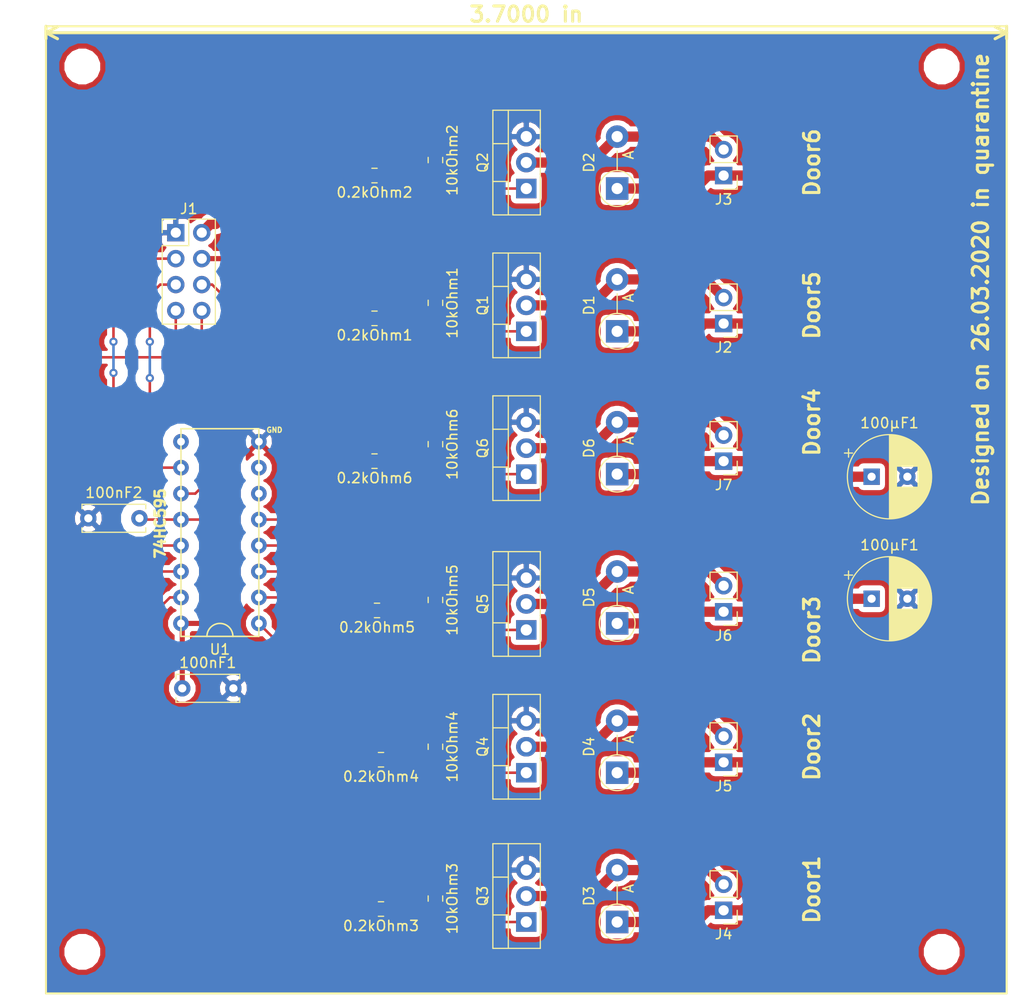
<source format=kicad_pcb>
(kicad_pcb (version 20171130) (host pcbnew "(5.0.2)-1")
  (layers (0 F.Cu signal) (31 B.Cu signal) (34 B.Paste user) (35 F.Paste user) (36 B.SilkS user) (37 F.SilkS user) (38 B.Mask user) (39 F.Mask user) (44 Edge.Cuts user))
  (net 0 "")
  (net 1 "Net-(0.2kOhm1-Pad1)")
  (net 2 "Net-(0.2kOhm1-Pad2)")
  (net 3 "Net-(0.2kOhm2-Pad1)")
  (net 4 "Net-(0.2kOhm2-Pad2)")
  (net 5 "Net-(0.2kOhm3-Pad1)")
  (net 6 "Net-(0.2kOhm3-Pad2)")
  (net 7 "Net-(0.2kOhm4-Pad2)")
  (net 8 "Net-(0.2kOhm4-Pad1)")
  (net 9 "Net-(0.2kOhm5-Pad1)")
  (net 10 "Net-(0.2kOhm5-Pad2)")
  (net 11 "Net-(0.2kOhm6-Pad1)")
  (net 12 "Net-(0.2kOhm6-Pad2)")
  (net 13 +5V)
  (net 14 GND)
  (net 15 +12V)
  (net 16 "Net-(D1-Pad2)")
  (net 17 "Net-(D2-Pad2)")
  (net 18 "Net-(D3-Pad2)")
  (net 19 "Net-(D4-Pad2)")
  (net 20 "Net-(D5-Pad2)")
  (net 21 "Net-(D6-Pad2)")
  (net 22 "Net-(U1-Pad6)")
  (net 23 "Net-(U1-Pad7)")
  (net 24 "Net-(U1-Pad9)")
  (net 25 /RCLK)
  (net 26 /OE)
  (net 27 /SRCLR)
  (net 28 /SRCLK)
  (net 29 /SER)
  (module Connector_PinHeader_2.54mm:PinHeader_2x04_P2.54mm_Vertical (layer F.Cu) (at 76.2 71.628)
    (fp_text reference J1 (at 1.27 -2.33) (layer F.SilkS))
    (fp_text value Conn_01x08_Female)
    (pad 8 thru_hole oval (at 2.54 7.62) (size 1.7 1.7) (drill 1) (layers *.Cu *.Mask) (net 28 /SRCLK))
    (pad 7 thru_hole oval (at 0 7.62) (size 1.7 1.7) (drill 1) (layers *.Cu *.Mask) (net 29 /SER))
    (pad 6 thru_hole oval (at 2.54 5.08) (size 1.7 1.7) (drill 1) (layers *.Cu *.Mask) (net 25 /RCLK))
    (pad 5 thru_hole oval (at 0 5.08) (size 1.7 1.7) (drill 1) (layers *.Cu *.Mask) (net 27 /SRCLR))
    (pad 4 thru_hole oval (at 2.54 2.54) (size 1.7 1.7) (drill 1) (layers *.Cu *.Mask) (net 13 +5V))
    (pad 3 thru_hole oval (at 0 2.54) (size 1.7 1.7) (drill 1) (layers *.Cu *.Mask) (net 26 /OE))
    (pad 2 thru_hole oval (at 2.54 0) (size 1.7 1.7) (drill 1) (layers *.Cu *.Mask) (net 15 +12V))
    (pad 1 thru_hole rect (at 0 0) (size 1.7 1.7) (drill 1) (layers *.Cu *.Mask) (net 14 GND))
  )
  (module Capacitor_THT:CP_Radial_D8.0mm_P3.50mm (layer F.Cu) (at 144.272 95.504)
    (fp_text reference 100µF1 (at 1.75 -5.25) (layer F.SilkS))
    (fp_text value C)
    (pad 2 thru_hole circle (at 3.5 0) (size 1.6 1.6) (drill 0.8) (layers *.Cu *.Mask) (net 14 GND))
    (pad 1 thru_hole rect (at 0 0) (size 1.6 1.6) (drill 0.8) (layers *.Cu *.Mask) (net 15 +12V))
  )
  (module MountingHole:MountingHole_2.5mm (layer F.Cu) (at 67.056 55.372)
    (fp_text reference "" (at 0 -3.5) (layer F.SilkS))
    (fp_text value MountingHole_2.5mm)
    (pad 1 np_thru_hole circle (at 0 0) (size 2.5 2.5) (drill 2.5) (layers *.Cu *.Mask))
  )
  (module MountingHole:MountingHole_2.5mm (layer F.Cu) (at 67.056 141.986)
    (fp_text reference "" (at 0 -3.5) (layer F.SilkS))
    (fp_text value MountingHole_2.5mm)
    (pad 1 np_thru_hole circle (at 0 0) (size 2.5 2.5) (drill 2.5) (layers *.Cu *.Mask))
  )
  (module MountingHole:MountingHole_2.5mm (layer F.Cu) (at 151.13 141.986)
    (fp_text reference "" (at 0 -3.5) (layer F.SilkS))
    (fp_text value MountingHole_2.5mm)
    (pad 1 np_thru_hole circle (at 0 0) (size 2.5 2.5) (drill 2.5) (layers *.Cu *.Mask))
  )
  (module Capacitor_THT:CP_Radial_D8.0mm_P3.50mm (layer F.Cu) (at 144.272 107.442)
    (fp_text reference 100µF1 (at 1.75 -5.25) (layer F.SilkS))
    (fp_text value C)
    (pad 1 thru_hole rect (at 0 0) (size 1.6 1.6) (drill 0.8) (layers *.Cu *.Mask) (net 15 +12V))
    (pad 2 thru_hole circle (at 3.5 0) (size 1.6 1.6) (drill 0.8) (layers *.Cu *.Mask) (net 14 GND))
  )
  (module Resistor_SMD:R_0805_2012Metric_Pad1.15x1.40mm_HandSolder (layer F.Cu) (at 95.64 80.01 180)
    (fp_text reference 0.2kOhm1 (at 0 -1.65 180) (layer F.SilkS))
    (fp_text value R)
    (pad 1 smd roundrect (at -1.025 0 180) (size 1.15 1.4) (layers F.Cu F.Paste F.Mask) (roundrect_rratio 0.217391) (net 1 "Net-(0.2kOhm1-Pad1)"))
    (pad 2 smd roundrect (at 1.025 0 180) (size 1.15 1.4) (layers F.Cu F.Paste F.Mask) (roundrect_rratio 0.217391) (net 2 "Net-(0.2kOhm1-Pad2)"))
  )
  (module Resistor_SMD:R_0805_2012Metric_Pad1.15x1.40mm_HandSolder (layer F.Cu) (at 95.64 66.04 180)
    (fp_text reference 0.2kOhm2 (at 0 -1.65 180) (layer F.SilkS))
    (fp_text value R)
    (pad 1 smd roundrect (at -1.025 0 180) (size 1.15 1.4) (layers F.Cu F.Paste F.Mask) (roundrect_rratio 0.217391) (net 3 "Net-(0.2kOhm2-Pad1)"))
    (pad 2 smd roundrect (at 1.025 0 180) (size 1.15 1.4) (layers F.Cu F.Paste F.Mask) (roundrect_rratio 0.217391) (net 4 "Net-(0.2kOhm2-Pad2)"))
  )
  (module Resistor_SMD:R_0805_2012Metric_Pad1.15x1.40mm_HandSolder (layer F.Cu) (at 96.275 137.795 180)
    (fp_text reference 0.2kOhm3 (at 0 -1.65 180) (layer F.SilkS))
    (fp_text value R)
    (pad 1 smd roundrect (at -1.025 0 180) (size 1.15 1.4) (layers F.Cu F.Paste F.Mask) (roundrect_rratio 0.217391) (net 5 "Net-(0.2kOhm3-Pad1)"))
    (pad 2 smd roundrect (at 1.025 0 180) (size 1.15 1.4) (layers F.Cu F.Paste F.Mask) (roundrect_rratio 0.217391) (net 6 "Net-(0.2kOhm3-Pad2)"))
  )
  (module Resistor_SMD:R_0805_2012Metric_Pad1.15x1.40mm_HandSolder (layer F.Cu) (at 96.275 123.19 180)
    (fp_text reference 0.2kOhm4 (at 0 -1.65 180) (layer F.SilkS))
    (fp_text value R)
    (pad 2 smd roundrect (at 1.025 0 180) (size 1.15 1.4) (layers F.Cu F.Paste F.Mask) (roundrect_rratio 0.217391) (net 7 "Net-(0.2kOhm4-Pad2)"))
    (pad 1 smd roundrect (at -1.025 0 180) (size 1.15 1.4) (layers F.Cu F.Paste F.Mask) (roundrect_rratio 0.217391) (net 8 "Net-(0.2kOhm4-Pad1)"))
  )
  (module Resistor_SMD:R_0805_2012Metric_Pad1.15x1.40mm_HandSolder (layer F.Cu) (at 95.885 108.585 180)
    (fp_text reference 0.2kOhm5 (at 0 -1.65 180) (layer F.SilkS))
    (fp_text value R)
    (pad 1 smd roundrect (at -1.025 0 180) (size 1.15 1.4) (layers F.Cu F.Paste F.Mask) (roundrect_rratio 0.217391) (net 9 "Net-(0.2kOhm5-Pad1)"))
    (pad 2 smd roundrect (at 1.025 0 180) (size 1.15 1.4) (layers F.Cu F.Paste F.Mask) (roundrect_rratio 0.217391) (net 10 "Net-(0.2kOhm5-Pad2)"))
  )
  (module Resistor_SMD:R_0805_2012Metric_Pad1.15x1.40mm_HandSolder (layer F.Cu) (at 95.64 93.98 180)
    (fp_text reference 0.2kOhm6 (at 0 -1.65 180) (layer F.SilkS))
    (fp_text value R)
    (pad 1 smd roundrect (at -1.025 0 180) (size 1.15 1.4) (layers F.Cu F.Paste F.Mask) (roundrect_rratio 0.217391) (net 11 "Net-(0.2kOhm6-Pad1)"))
    (pad 2 smd roundrect (at 1.025 0 180) (size 1.15 1.4) (layers F.Cu F.Paste F.Mask) (roundrect_rratio 0.217391) (net 12 "Net-(0.2kOhm6-Pad2)"))
  )
  (module Capacitor_THT:C_Disc_D6.0mm_W2.5mm_P5.00mm (layer F.Cu) (at 76.835 116.205)
    (fp_text reference 100nF1 (at 2.5 -2.5) (layer F.SilkS))
    (fp_text value C)
    (pad 1 thru_hole circle (at 0 0) (size 1.6 1.6) (drill 0.8) (layers *.Cu *.Mask) (net 13 +5V))
    (pad 2 thru_hole circle (at 5 0) (size 1.6 1.6) (drill 0.8) (layers *.Cu *.Mask) (net 14 GND))
  )
  (module Resistor_SMD:R_0805_2012Metric_Pad1.15x1.40mm_HandSolder (layer F.Cu) (at 101.6 78.495 270)
    (fp_text reference 10kOhm1 (at 0 -1.65 270) (layer F.SilkS))
    (fp_text value R)
    (pad 2 smd roundrect (at 1.025 0 270) (size 1.15 1.4) (layers F.Cu F.Paste F.Mask) (roundrect_rratio 0.217391) (net 1 "Net-(0.2kOhm1-Pad1)"))
    (pad 1 smd roundrect (at -1.025 0 270) (size 1.15 1.4) (layers F.Cu F.Paste F.Mask) (roundrect_rratio 0.217391) (net 14 GND))
  )
  (module Resistor_SMD:R_0805_2012Metric_Pad1.15x1.40mm_HandSolder (layer F.Cu) (at 101.6 64.525 270)
    (fp_text reference 10kOhm2 (at 0 -1.65 270) (layer F.SilkS))
    (fp_text value R)
    (pad 2 smd roundrect (at 1.025 0 270) (size 1.15 1.4) (layers F.Cu F.Paste F.Mask) (roundrect_rratio 0.217391) (net 3 "Net-(0.2kOhm2-Pad1)"))
    (pad 1 smd roundrect (at -1.025 0 270) (size 1.15 1.4) (layers F.Cu F.Paste F.Mask) (roundrect_rratio 0.217391) (net 14 GND))
  )
  (module Resistor_SMD:R_0805_2012Metric_Pad1.15x1.40mm_HandSolder (layer F.Cu) (at 101.6 136.77 270)
    (fp_text reference 10kOhm3 (at 0 -1.65 270) (layer F.SilkS))
    (fp_text value R)
    (pad 1 smd roundrect (at -1.025 0 270) (size 1.15 1.4) (layers F.Cu F.Paste F.Mask) (roundrect_rratio 0.217391) (net 14 GND))
    (pad 2 smd roundrect (at 1.025 0 270) (size 1.15 1.4) (layers F.Cu F.Paste F.Mask) (roundrect_rratio 0.217391) (net 5 "Net-(0.2kOhm3-Pad1)"))
  )
  (module Resistor_SMD:R_0805_2012Metric_Pad1.15x1.40mm_HandSolder (layer F.Cu) (at 101.6 121.92 270)
    (fp_text reference 10kOhm4 (at 0 -1.65 270) (layer F.SilkS))
    (fp_text value R)
    (pad 2 smd roundrect (at 1.025 0 270) (size 1.15 1.4) (layers F.Cu F.Paste F.Mask) (roundrect_rratio 0.217391) (net 8 "Net-(0.2kOhm4-Pad1)"))
    (pad 1 smd roundrect (at -1.025 0 270) (size 1.15 1.4) (layers F.Cu F.Paste F.Mask) (roundrect_rratio 0.217391) (net 14 GND))
  )
  (module Resistor_SMD:R_0805_2012Metric_Pad1.15x1.40mm_HandSolder (layer F.Cu) (at 101.6 107.56 270)
    (fp_text reference 10kOhm5 (at 0 -1.65 270) (layer F.SilkS))
    (fp_text value R)
    (pad 2 smd roundrect (at 1.025 0 270) (size 1.15 1.4) (layers F.Cu F.Paste F.Mask) (roundrect_rratio 0.217391) (net 9 "Net-(0.2kOhm5-Pad1)"))
    (pad 1 smd roundrect (at -1.025 0 270) (size 1.15 1.4) (layers F.Cu F.Paste F.Mask) (roundrect_rratio 0.217391) (net 14 GND))
  )
  (module Resistor_SMD:R_0805_2012Metric_Pad1.15x1.40mm_HandSolder (layer F.Cu) (at 101.6 92.32 270)
    (fp_text reference 10kOhm6 (at 0 -1.65 270) (layer F.SilkS))
    (fp_text value R)
    (pad 2 smd roundrect (at 1.025 0 270) (size 1.15 1.4) (layers F.Cu F.Paste F.Mask) (roundrect_rratio 0.217391) (net 11 "Net-(0.2kOhm6-Pad1)"))
    (pad 1 smd roundrect (at -1.025 0 270) (size 1.15 1.4) (layers F.Cu F.Paste F.Mask) (roundrect_rratio 0.217391) (net 14 GND))
  )
  (module Diode_THT:D_DO-41_SOD81_P5.08mm_Vertical_AnodeUp (layer F.Cu) (at 119.38 81.28 90)
    (fp_text reference D1 (at 2.54 -2.750635 90) (layer F.SilkS))
    (fp_text value D)
    (fp_text user A (at 3.28 1.1 90) (layer F.SilkS))
    (pad 1 thru_hole rect (at 0 0 90) (size 2.2 2.2) (drill 1.1) (layers *.Cu *.Mask) (net 15 +12V))
    (pad 2 thru_hole oval (at 5.08 0 90) (size 2.2 2.2) (drill 1.1) (layers *.Cu *.Mask) (net 16 "Net-(D1-Pad2)"))
  )
  (module Diode_THT:D_DO-41_SOD81_P5.08mm_Vertical_AnodeUp (layer F.Cu) (at 119.38 67.31 90)
    (fp_text reference D2 (at 2.54 -2.750635 90) (layer F.SilkS))
    (fp_text value D)
    (fp_text user A (at 3.28 1.1 90) (layer F.SilkS))
    (pad 2 thru_hole oval (at 5.08 0 90) (size 2.2 2.2) (drill 1.1) (layers *.Cu *.Mask) (net 17 "Net-(D2-Pad2)"))
    (pad 1 thru_hole rect (at 0 0 90) (size 2.2 2.2) (drill 1.1) (layers *.Cu *.Mask) (net 15 +12V))
  )
  (module Diode_THT:D_DO-41_SOD81_P5.08mm_Vertical_AnodeUp (layer F.Cu) (at 119.38 139.065 90)
    (fp_text reference D3 (at 2.54 -2.750635 90) (layer F.SilkS))
    (fp_text value D)
    (fp_text user A (at 3.28 1.1 90) (layer F.SilkS))
    (pad 1 thru_hole rect (at 0 0 90) (size 2.2 2.2) (drill 1.1) (layers *.Cu *.Mask) (net 15 +12V))
    (pad 2 thru_hole oval (at 5.08 0 90) (size 2.2 2.2) (drill 1.1) (layers *.Cu *.Mask) (net 18 "Net-(D3-Pad2)"))
  )
  (module Diode_THT:D_DO-41_SOD81_P5.08mm_Vertical_AnodeUp (layer F.Cu) (at 119.38 124.46 90)
    (fp_text reference D4 (at 2.54 -2.750635 90) (layer F.SilkS))
    (fp_text value D)
    (fp_text user A (at 3.28 1.1 90) (layer F.SilkS))
    (pad 2 thru_hole oval (at 5.08 0 90) (size 2.2 2.2) (drill 1.1) (layers *.Cu *.Mask) (net 19 "Net-(D4-Pad2)"))
    (pad 1 thru_hole rect (at 0 0 90) (size 2.2 2.2) (drill 1.1) (layers *.Cu *.Mask) (net 15 +12V))
  )
  (module Diode_THT:D_DO-41_SOD81_P5.08mm_Vertical_AnodeUp (layer F.Cu) (at 119.38 109.855 90)
    (fp_text reference D5 (at 2.54 -2.750635 90) (layer F.SilkS))
    (fp_text value D)
    (fp_text user A (at 3.28 1.1 90) (layer F.SilkS))
    (pad 2 thru_hole oval (at 5.08 0 90) (size 2.2 2.2) (drill 1.1) (layers *.Cu *.Mask) (net 20 "Net-(D5-Pad2)"))
    (pad 1 thru_hole rect (at 0 0 90) (size 2.2 2.2) (drill 1.1) (layers *.Cu *.Mask) (net 15 +12V))
  )
  (module Diode_THT:D_DO-41_SOD81_P5.08mm_Vertical_AnodeUp (layer F.Cu) (at 119.38 95.25 90)
    (fp_text reference D6 (at 2.54 -2.750635 90) (layer F.SilkS))
    (fp_text value D)
    (fp_text user A (at 3.28 1.1 90) (layer F.SilkS))
    (pad 1 thru_hole rect (at 0 0 90) (size 2.2 2.2) (drill 1.1) (layers *.Cu *.Mask) (net 15 +12V))
    (pad 2 thru_hole oval (at 5.08 0 90) (size 2.2 2.2) (drill 1.1) (layers *.Cu *.Mask) (net 21 "Net-(D6-Pad2)"))
  )
  (module Package_TO_SOT_THT:TO-220-3_Vertical (layer F.Cu) (at 110.49 81.28 90)
    (fp_text reference Q1 (at 2.54 -4.27 90) (layer F.SilkS))
    (fp_text value IRLZ34N)
    (pad 1 thru_hole rect (at 0 0 90) (size 1.905 2) (drill 1.1) (layers *.Cu *.Mask) (net 1 "Net-(0.2kOhm1-Pad1)"))
    (pad 2 thru_hole oval (at 2.54 0 90) (size 1.905 2) (drill 1.1) (layers *.Cu *.Mask) (net 16 "Net-(D1-Pad2)"))
    (pad 3 thru_hole oval (at 5.08 0 90) (size 1.905 2) (drill 1.1) (layers *.Cu *.Mask) (net 14 GND))
  )
  (module Package_TO_SOT_THT:TO-220-3_Vertical (layer F.Cu) (at 110.49 67.31 90)
    (fp_text reference Q2 (at 2.54 -4.27 90) (layer F.SilkS))
    (fp_text value IRLZ34N)
    (pad 3 thru_hole oval (at 5.08 0 90) (size 1.905 2) (drill 1.1) (layers *.Cu *.Mask) (net 14 GND))
    (pad 2 thru_hole oval (at 2.54 0 90) (size 1.905 2) (drill 1.1) (layers *.Cu *.Mask) (net 17 "Net-(D2-Pad2)"))
    (pad 1 thru_hole rect (at 0 0 90) (size 1.905 2) (drill 1.1) (layers *.Cu *.Mask) (net 3 "Net-(0.2kOhm2-Pad1)"))
  )
  (module Package_TO_SOT_THT:TO-220-3_Vertical (layer F.Cu) (at 110.49 139.065 90)
    (fp_text reference Q3 (at 2.54 -4.27 90) (layer F.SilkS))
    (fp_text value IRLZ34N)
    (pad 3 thru_hole oval (at 5.08 0 90) (size 1.905 2) (drill 1.1) (layers *.Cu *.Mask) (net 14 GND))
    (pad 2 thru_hole oval (at 2.54 0 90) (size 1.905 2) (drill 1.1) (layers *.Cu *.Mask) (net 18 "Net-(D3-Pad2)"))
    (pad 1 thru_hole rect (at 0 0 90) (size 1.905 2) (drill 1.1) (layers *.Cu *.Mask) (net 5 "Net-(0.2kOhm3-Pad1)"))
  )
  (module Package_TO_SOT_THT:TO-220-3_Vertical (layer F.Cu) (at 110.49 124.46 90)
    (fp_text reference Q4 (at 2.54 -4.27 90) (layer F.SilkS))
    (fp_text value IRLZ34N)
    (pad 1 thru_hole rect (at 0 0 90) (size 1.905 2) (drill 1.1) (layers *.Cu *.Mask) (net 8 "Net-(0.2kOhm4-Pad1)"))
    (pad 2 thru_hole oval (at 2.54 0 90) (size 1.905 2) (drill 1.1) (layers *.Cu *.Mask) (net 19 "Net-(D4-Pad2)"))
    (pad 3 thru_hole oval (at 5.08 0 90) (size 1.905 2) (drill 1.1) (layers *.Cu *.Mask) (net 14 GND))
  )
  (module Package_TO_SOT_THT:TO-220-3_Vertical (layer F.Cu) (at 110.49 110.49 90)
    (fp_text reference Q5 (at 2.54 -4.27 90) (layer F.SilkS))
    (fp_text value IRLZ34N)
    (pad 1 thru_hole rect (at 0 0 90) (size 1.905 2) (drill 1.1) (layers *.Cu *.Mask) (net 9 "Net-(0.2kOhm5-Pad1)"))
    (pad 2 thru_hole oval (at 2.54 0 90) (size 1.905 2) (drill 1.1) (layers *.Cu *.Mask) (net 20 "Net-(D5-Pad2)"))
    (pad 3 thru_hole oval (at 5.08 0 90) (size 1.905 2) (drill 1.1) (layers *.Cu *.Mask) (net 14 GND))
  )
  (module Package_TO_SOT_THT:TO-220-3_Vertical (layer F.Cu) (at 110.49 95.25 90)
    (fp_text reference Q6 (at 2.54 -4.27 90) (layer F.SilkS))
    (fp_text value IRLZ34N)
    (pad 3 thru_hole oval (at 5.08 0 90) (size 1.905 2) (drill 1.1) (layers *.Cu *.Mask) (net 14 GND))
    (pad 2 thru_hole oval (at 2.54 0 90) (size 1.905 2) (drill 1.1) (layers *.Cu *.Mask) (net 21 "Net-(D6-Pad2)"))
    (pad 1 thru_hole rect (at 0 0 90) (size 1.905 2) (drill 1.1) (layers *.Cu *.Mask) (net 11 "Net-(0.2kOhm6-Pad1)"))
  )
  (module MountingHole:MountingHole_2.5mm (layer F.Cu) (at 151.13 55.372)
    (fp_text reference "" (at 0 -3.5) (layer F.SilkS))
    (fp_text value MountingHole_2.5mm)
    (pad 1 np_thru_hole circle (at 0 0) (size 2.5 2.5) (drill 2.5) (layers *.Cu *.Mask))
  )
  (module Connector_PinHeader_2.54mm:PinHeader_1x02_P2.54mm_Vertical (layer F.Cu) (at 129.794 66.04 180)
    (fp_text reference J3 (at 0 -2.33 180) (layer F.SilkS))
    (fp_text value Door6)
    (pad 1 thru_hole rect (at 0 0 180) (size 1.7 1.7) (drill 1) (layers *.Cu *.Mask) (net 15 +12V))
    (pad 2 thru_hole oval (at 0 2.54 180) (size 1.7 1.7) (drill 1) (layers *.Cu *.Mask) (net 17 "Net-(D2-Pad2)"))
  )
  (module Connector_PinHeader_2.54mm:PinHeader_1x02_P2.54mm_Vertical (layer F.Cu) (at 129.794 80.518 180)
    (fp_text reference J2 (at 0 -2.33 180) (layer F.SilkS))
    (fp_text value Door5)
    (pad 2 thru_hole oval (at 0 2.54 180) (size 1.7 1.7) (drill 1) (layers *.Cu *.Mask) (net 16 "Net-(D1-Pad2)"))
    (pad 1 thru_hole rect (at 0 0 180) (size 1.7 1.7) (drill 1) (layers *.Cu *.Mask) (net 15 +12V))
  )
  (module Connector_PinHeader_2.54mm:PinHeader_1x02_P2.54mm_Vertical (layer F.Cu) (at 129.794 137.922 180)
    (fp_text reference J4 (at 0 -2.33 180) (layer F.SilkS))
    (fp_text value Door1)
    (pad 1 thru_hole rect (at 0 0 180) (size 1.7 1.7) (drill 1) (layers *.Cu *.Mask) (net 15 +12V))
    (pad 2 thru_hole oval (at 0 2.54 180) (size 1.7 1.7) (drill 1) (layers *.Cu *.Mask) (net 18 "Net-(D3-Pad2)"))
  )
  (module Connector_PinHeader_2.54mm:PinHeader_1x02_P2.54mm_Vertical (layer F.Cu) (at 129.794 123.444 180)
    (fp_text reference J5 (at 0 -2.33 180) (layer F.SilkS))
    (fp_text value Door2)
    (pad 1 thru_hole rect (at 0 0 180) (size 1.7 1.7) (drill 1) (layers *.Cu *.Mask) (net 15 +12V))
    (pad 2 thru_hole oval (at 0 2.54 180) (size 1.7 1.7) (drill 1) (layers *.Cu *.Mask) (net 19 "Net-(D4-Pad2)"))
  )
  (module Connector_PinHeader_2.54mm:PinHeader_1x02_P2.54mm_Vertical (layer F.Cu) (at 129.794 108.712 180)
    (fp_text reference J6 (at 0 -2.33 180) (layer F.SilkS))
    (fp_text value Door3)
    (pad 2 thru_hole oval (at 0 2.54 180) (size 1.7 1.7) (drill 1) (layers *.Cu *.Mask) (net 20 "Net-(D5-Pad2)"))
    (pad 1 thru_hole rect (at 0 0 180) (size 1.7 1.7) (drill 1) (layers *.Cu *.Mask) (net 15 +12V))
  )
  (module Connector_PinHeader_2.54mm:PinHeader_1x02_P2.54mm_Vertical (layer F.Cu) (at 129.794 93.98 180)
    (fp_text reference J7 (at 0 -2.33 180) (layer F.SilkS))
    (fp_text value Door4)
    (pad 1 thru_hole rect (at 0 0 180) (size 1.7 1.7) (drill 1) (layers *.Cu *.Mask) (net 15 +12V))
    (pad 2 thru_hole oval (at 0 2.54 180) (size 1.7 1.7) (drill 1) (layers *.Cu *.Mask) (net 21 "Net-(D6-Pad2)"))
  )
  (module Customs:74HC595 (layer F.Cu) (at 80.518 99.695 180)
    (fp_text reference U1 (at 0 -12.7 180) (layer F.SilkS))
    (fp_text value 74HC595)
    (pad 16 thru_hole circle (at 3.81 -10.16 180) (size 1.524 1.524) (drill 0.762) (layers *.Cu *.Mask) (net 13 +5V))
    (pad 15 thru_hole circle (at 3.81 -7.62 180) (size 1.524 1.524) (drill 0.762) (layers *.Cu *.Mask) (net 6 "Net-(0.2kOhm3-Pad2)"))
    (pad 14 thru_hole circle (at 3.81 -5.08 180) (size 1.524 1.524) (drill 0.762) (layers *.Cu *.Mask) (net 29 /SER))
    (pad 13 thru_hole circle (at 3.81 -2.54 180) (size 1.524 1.524) (drill 0.762) (layers *.Cu *.Mask) (net 26 /OE))
    (pad 12 thru_hole circle (at 3.81 0 180) (size 1.524 1.524) (drill 0.762) (layers *.Cu *.Mask) (net 25 /RCLK))
    (pad 11 thru_hole circle (at 3.81 2.54 180) (size 1.524 1.524) (drill 0.762) (layers *.Cu *.Mask) (net 28 /SRCLK))
    (pad 10 thru_hole circle (at 3.81 5.08 180) (size 1.524 1.524) (drill 0.762) (layers *.Cu *.Mask) (net 27 /SRCLR))
    (pad 9 thru_hole circle (at 3.81 7.62 180) (size 1.524 1.524) (drill 0.762) (layers *.Cu *.Mask) (net 24 "Net-(U1-Pad9)"))
    (pad 1 thru_hole circle (at -3.81 -10.16 180) (size 1.524 1.524) (drill 0.762) (layers *.Cu *.Mask) (net 7 "Net-(0.2kOhm4-Pad2)"))
    (pad 2 thru_hole circle (at -3.81 -7.62 180) (size 1.524 1.524) (drill 0.762) (layers *.Cu *.Mask) (net 10 "Net-(0.2kOhm5-Pad2)"))
    (pad 4 thru_hole circle (at -3.81 -2.54 180) (size 1.524 1.524) (drill 0.762) (layers *.Cu *.Mask) (net 2 "Net-(0.2kOhm1-Pad2)"))
    (pad 3 thru_hole circle (at -3.81 -5.08 180) (size 1.524 1.524) (drill 0.762) (layers *.Cu *.Mask) (net 12 "Net-(0.2kOhm6-Pad2)"))
    (pad 5 thru_hole circle (at -3.81 0 180) (size 1.524 1.524) (drill 0.762) (layers *.Cu *.Mask) (net 4 "Net-(0.2kOhm2-Pad2)"))
    (pad 6 thru_hole circle (at -3.81 2.54 180) (size 1.524 1.524) (drill 0.762) (layers *.Cu *.Mask) (net 22 "Net-(U1-Pad6)"))
    (pad 7 thru_hole circle (at -3.81 5.08 180) (size 1.524 1.524) (drill 0.762) (layers *.Cu *.Mask) (net 23 "Net-(U1-Pad7)"))
    (pad 8 thru_hole circle (at -3.81 7.62 180) (size 1.524 1.524) (drill 0.762) (layers *.Cu *.Mask) (net 14 GND))
  )
  (module Capacitor_THT:C_Disc_D6.0mm_W2.5mm_P5.00mm (layer F.Cu) (at 67.644 99.568)
    (fp_text reference 100nF2 (at 2.5 -2.5) (layer F.SilkS))
    (fp_text value AntiFlicker)
    (pad 1 thru_hole circle (at 0 0) (size 1.6 1.6) (drill 0.8) (layers *.Cu *.Mask) (net 14 GND))
    (pad 2 thru_hole circle (at 5 0) (size 1.6 1.6) (drill 0.8) (layers *.Cu *.Mask) (net 25 /RCLK))
  )
  (gr_text GND (at 85.852 90.932) (layer F.SilkS) (effects (font (size 0.5 0.5) (thickness 0.125))))
  (gr_text "Designed on 26.03.2020 in quarantine" (at 154.94 76.2 90) (layer F.SilkS) (effects (font (size 1.5 1.5) (thickness 0.3))))
  (gr_text 74HC595 (at 74.676 100.076 90) (layer F.SilkS) (effects (font (size 1 1) (thickness 0.25))))
  (gr_text Door6 (at 138.43 64.77 90) (layer F.SilkS) (effects (font (size 1.5 1.5) (thickness 0.3))))
  (gr_text Door5 (at 138.43 78.74 90) (layer F.SilkS) (effects (font (size 1.5 1.5) (thickness 0.3))))
  (gr_text Door4 (at 138.43 90.17 90) (layer F.SilkS) (effects (font (size 1.5 1.5) (thickness 0.3))))
  (gr_text Door3 (at 138.43 110.49 90) (layer F.SilkS) (effects (font (size 1.5 1.5) (thickness 0.3))))
  (gr_text Door2 (at 138.43 121.92 90) (layer F.SilkS) (effects (font (size 1.5 1.5) (thickness 0.3))))
  (gr_text Door1 (at 138.43 135.89 90) (layer F.SilkS) (effects (font (size 1.5 1.5) (thickness 0.3))))
  (dimension 93.98 (width 0.3) (layer F.SilkS) (gr_text "93,980 mm" (at 110.49 54.17) (layer F.SilkS) (effects (font (size 1.5 1.5) (thickness 0.3)))) (feature1 (pts (xy 157.48 51.435) (xy 157.48 52.656421))) (feature2 (pts (xy 63.5 51.435) (xy 63.5 52.656421))) (crossbar (pts (xy 63.5 52.07) (xy 157.48 52.07))) (arrow1a (pts (xy 157.48 52.07) (xy 156.353496 52.656421))) (arrow1b (pts (xy 157.48 52.07) (xy 156.353496 51.483579))) (arrow2a (pts (xy 63.5 52.07) (xy 64.626504 52.656421))) (arrow2b (pts (xy 63.5 52.07) (xy 64.626504 51.483579))))
  (gr_line (start 63.5 51.435) (end 63.5 52.07) (layer F.SilkS) (width 0.2))
  (gr_line (start 157.48 51.435) (end 63.5 51.435) (layer F.SilkS) (width 0.2))
  (gr_line (start 157.48 146.05) (end 157.48 51.435) (layer F.SilkS) (width 0.2))
  (gr_line (start 63.5 146.05) (end 157.48 146.05) (layer F.SilkS) (width 0.2))
  (gr_line (start 63.5 52.07) (end 63.5 146.05) (layer F.SilkS) (width 0.2))
  (segment (start 103.36 81.28) (end 101.6 79.52) (width 0.25) (layer F.Cu) (net 1))
  (segment (start 110.49 81.28) (end 103.36 81.28) (width 0.25) (layer F.Cu) (net 1))
  (segment (start 101.11 80.01) (end 101.6 79.52) (width 0.25) (layer F.Cu) (net 1))
  (segment (start 96.665 80.01) (end 101.11 80.01) (width 0.25) (layer F.Cu) (net 1))
  (segment (start 86.741 102.235) (end 84.328 102.235) (width 0.25) (layer F.Cu) (net 2))
  (segment (start 94.615 82.55) (end 90.805 86.36) (width 0.25) (layer F.Cu) (net 2))
  (segment (start 94.615 80.01) (end 94.615 82.55) (width 0.25) (layer F.Cu) (net 2))
  (segment (start 90.805 100.33) (end 89.661999 101.473001) (width 0.25) (layer F.Cu) (net 2))
  (segment (start 89.661999 101.473001) (end 87.502999 101.473001) (width 0.25) (layer F.Cu) (net 2))
  (segment (start 90.805 86.36) (end 90.805 100.33) (width 0.25) (layer F.Cu) (net 2))
  (segment (start 87.502999 101.473001) (end 86.741 102.235) (width 0.25) (layer F.Cu) (net 2))
  (segment (start 103.36 67.31) (end 101.6 65.55) (width 0.25) (layer F.Cu) (net 3))
  (segment (start 110.49 67.31) (end 103.36 67.31) (width 0.25) (layer F.Cu) (net 3))
  (segment (start 101.11 66.04) (end 101.6 65.55) (width 0.25) (layer F.Cu) (net 3))
  (segment (start 96.665 66.04) (end 101.11 66.04) (width 0.25) (layer F.Cu) (net 3))
  (segment (start 94.615 74.295) (end 94.615 66.04) (width 0.25) (layer F.Cu) (net 4))
  (segment (start 88.9 80.01) (end 94.615 74.295) (width 0.25) (layer F.Cu) (net 4))
  (segment (start 88.9 94.996) (end 88.9 80.01) (width 0.25) (layer F.Cu) (net 4))
  (segment (start 88.9 95.25) (end 88.9 94.996) (width 0.25) (layer F.Cu) (net 4))
  (segment (start 86.741 99.695) (end 84.328 99.695) (width 0.25) (layer F.Cu) (net 4))
  (segment (start 88.9 94.996) (end 88.9 97.536) (width 0.25) (layer F.Cu) (net 4))
  (segment (start 88.9 97.536) (end 86.741 99.695) (width 0.25) (layer F.Cu) (net 4))
  (segment (start 102.223372 138.418372) (end 101.6 137.795) (width 0.25) (layer F.Cu) (net 5))
  (segment (start 102.87 139.065) (end 102.223372 138.418372) (width 0.25) (layer F.Cu) (net 5))
  (segment (start 110.49 139.065) (end 102.87 139.065) (width 0.25) (layer F.Cu) (net 5))
  (segment (start 97.3 137.795) (end 101.6 137.795) (width 0.25) (layer F.Cu) (net 5))
  (segment (start 95.25 137.795) (end 93.345 137.795) (width 0.25) (layer F.Cu) (net 6))
  (segment (start 75.63037 107.315) (end 73.533 109.41237) (width 0.25) (layer F.Cu) (net 6))
  (segment (start 76.708 107.315) (end 75.63037 107.315) (width 0.25) (layer F.Cu) (net 6))
  (segment (start 73.533 117.983) (end 93.345 137.795) (width 0.25) (layer F.Cu) (net 6))
  (segment (start 73.533 109.41237) (end 73.533 117.983) (width 0.25) (layer F.Cu) (net 6))
  (segment (start 84.328 109.855) (end 95.123 120.65) (width 0.25) (layer F.Cu) (net 7))
  (segment (start 95.25 120.777) (end 95.123 120.65) (width 0.25) (layer F.Cu) (net 7))
  (segment (start 95.25 123.19) (end 95.25 120.777) (width 0.25) (layer F.Cu) (net 7))
  (segment (start 103.115 124.46) (end 101.6 122.945) (width 0.25) (layer F.Cu) (net 8))
  (segment (start 110.49 124.46) (end 103.115 124.46) (width 0.25) (layer F.Cu) (net 8))
  (segment (start 101.355 123.19) (end 101.6 122.945) (width 0.25) (layer F.Cu) (net 8))
  (segment (start 97.3 123.19) (end 101.355 123.19) (width 0.25) (layer F.Cu) (net 8))
  (segment (start 103.505 110.49) (end 101.6 108.585) (width 0.25) (layer F.Cu) (net 9))
  (segment (start 110.49 110.49) (end 103.505 110.49) (width 0.25) (layer F.Cu) (net 9))
  (segment (start 96.91 108.585) (end 101.6 108.585) (width 0.25) (layer F.Cu) (net 9))
  (segment (start 94.86 108.585) (end 93.98 108.585) (width 0.25) (layer F.Cu) (net 10))
  (segment (start 94.86 108.585) (end 93.345 108.585) (width 0.25) (layer F.Cu) (net 10))
  (segment (start 93.345 108.585) (end 92.075 107.315) (width 0.25) (layer F.Cu) (net 10))
  (segment (start 92.075 107.315) (end 84.328 107.315) (width 0.25) (layer F.Cu) (net 10))
  (segment (start 103.505 95.25) (end 101.6 93.345) (width 0.25) (layer F.Cu) (net 11))
  (segment (start 110.49 95.25) (end 103.505 95.25) (width 0.25) (layer F.Cu) (net 11))
  (segment (start 100.965 93.98) (end 101.6 93.345) (width 0.25) (layer F.Cu) (net 11))
  (segment (start 96.665 93.98) (end 100.965 93.98) (width 0.25) (layer F.Cu) (net 11))
  (segment (start 94.615 93.98) (end 94.615 99.06) (width 0.25) (layer F.Cu) (net 12))
  (segment (start 94.615 99.06) (end 88.9 104.775) (width 0.25) (layer F.Cu) (net 12))
  (segment (start 88.9 104.775) (end 84.328 104.775) (width 0.25) (layer F.Cu) (net 12))
  (segment (start 76.581 109.982) (end 76.708 109.855) (width 0.25) (layer B.Cu) (net 13))
  (segment (start 76.708 116.078) (end 76.835 116.205) (width 0.25) (layer F.Cu) (net 13))
  (segment (start 80.137 109.855) (end 76.708 109.855) (width 0.5) (layer F.Cu) (net 13))
  (segment (start 82.296 107.696) (end 80.137 109.855) (width 0.5) (layer F.Cu) (net 13))
  (segment (start 82.296 74.676) (end 82.296 107.696) (width 0.5) (layer F.Cu) (net 13))
  (segment (start 78.74 74.168) (end 81.788 74.168) (width 0.5) (layer F.Cu) (net 13))
  (segment (start 81.788 74.168) (end 82.296 74.676) (width 0.5) (layer F.Cu) (net 13))
  (segment (start 76.835 109.982) (end 76.708 109.855) (width 0.5) (layer F.Cu) (net 13))
  (segment (start 76.835 116.205) (end 76.835 109.982) (width 0.5) (layer F.Cu) (net 13))
  (segment (start 135.89 123.19) (end 135.89 133.35) (width 1) (layer F.Cu) (net 15))
  (segment (start 135.89 108.585) (end 135.89 123.19) (width 1) (layer F.Cu) (net 15))
  (segment (start 135.89 66.04) (end 135.89 80.01) (width 1) (layer F.Cu) (net 15))
  (segment (start 135.89 99.695) (end 135.89 100.33) (width 1) (layer F.Cu) (net 15))
  (segment (start 142.472 95.504) (end 135.89 95.504) (width 1) (layer F.Cu) (net 15))
  (segment (start 144.272 95.504) (end 142.472 95.504) (width 1) (layer F.Cu) (net 15))
  (segment (start 135.89 93.98) (end 135.89 95.504) (width 1) (layer F.Cu) (net 15))
  (segment (start 135.89 95.504) (end 135.89 99.695) (width 1) (layer F.Cu) (net 15))
  (segment (start 142.472 107.442) (end 135.89 107.442) (width 1) (layer F.Cu) (net 15))
  (segment (start 144.272 107.442) (end 142.472 107.442) (width 1) (layer F.Cu) (net 15))
  (segment (start 135.89 100.33) (end 135.89 107.442) (width 1) (layer F.Cu) (net 15))
  (segment (start 135.89 107.442) (end 135.89 108.585) (width 1) (layer F.Cu) (net 15))
  (segment (start 128.27 66.04) (end 129.794 66.04) (width 1) (layer F.Cu) (net 15))
  (segment (start 119.38 67.31) (end 127 67.31) (width 1) (layer F.Cu) (net 15))
  (segment (start 127 67.31) (end 128.27 66.04) (width 1) (layer F.Cu) (net 15))
  (segment (start 119.38 81.28) (end 127.127 81.28) (width 1) (layer F.Cu) (net 15))
  (segment (start 127.889 80.518) (end 129.794 80.518) (width 1) (layer F.Cu) (net 15))
  (segment (start 127.127 81.28) (end 127.889 80.518) (width 1) (layer F.Cu) (net 15))
  (segment (start 129.794 80.518) (end 135.89 80.518) (width 1) (layer F.Cu) (net 15))
  (segment (start 135.89 80.01) (end 135.89 80.518) (width 1) (layer F.Cu) (net 15))
  (segment (start 135.89 80.518) (end 135.89 93.98) (width 1) (layer F.Cu) (net 15))
  (segment (start 129.794 66.04) (end 135.89 66.04) (width 1) (layer F.Cu) (net 15))
  (segment (start 119.38 95.25) (end 125.73 95.25) (width 1) (layer F.Cu) (net 15))
  (segment (start 127 93.98) (end 129.794 93.98) (width 1) (layer F.Cu) (net 15))
  (segment (start 125.73 95.25) (end 127 93.98) (width 1) (layer F.Cu) (net 15))
  (segment (start 129.794 93.98) (end 135.89 93.98) (width 1) (layer F.Cu) (net 15))
  (segment (start 119.38 109.855) (end 125.857 109.855) (width 1) (layer F.Cu) (net 15))
  (segment (start 127 108.712) (end 129.794 108.712) (width 1) (layer F.Cu) (net 15))
  (segment (start 125.857 109.855) (end 127 108.712) (width 1) (layer F.Cu) (net 15))
  (segment (start 135.763 108.712) (end 135.89 108.585) (width 1) (layer F.Cu) (net 15))
  (segment (start 129.794 108.712) (end 135.763 108.712) (width 1) (layer F.Cu) (net 15))
  (segment (start 127.508 123.444) (end 129.794 123.444) (width 1) (layer F.Cu) (net 15))
  (segment (start 119.38 124.46) (end 126.492 124.46) (width 1) (layer F.Cu) (net 15))
  (segment (start 126.492 124.46) (end 127.508 123.444) (width 1) (layer F.Cu) (net 15))
  (segment (start 135.636 123.444) (end 135.89 123.19) (width 1) (layer F.Cu) (net 15))
  (segment (start 129.794 123.444) (end 135.636 123.444) (width 1) (layer F.Cu) (net 15))
  (segment (start 128.27 137.922) (end 129.794 137.922) (width 1) (layer F.Cu) (net 15))
  (segment (start 119.38 139.065) (end 127.127 139.065) (width 1) (layer F.Cu) (net 15))
  (segment (start 127.127 139.065) (end 128.27 137.922) (width 1) (layer F.Cu) (net 15))
  (segment (start 135.89 133.676) (end 135.89 133.35) (width 1) (layer F.Cu) (net 15))
  (segment (start 131.644 137.922) (end 135.89 133.676) (width 1) (layer F.Cu) (net 15))
  (segment (start 129.794 137.922) (end 131.644 137.922) (width 1) (layer F.Cu) (net 15))
  (segment (start 79.589999 70.778001) (end 80.097999 70.778001) (width 1) (layer F.Cu) (net 15))
  (segment (start 78.74 71.628) (end 79.589999 70.778001) (width 1) (layer F.Cu) (net 15))
  (segment (start 80.097999 70.778001) (end 94.996 55.88) (width 1) (layer F.Cu) (net 15))
  (segment (start 94.996 55.88) (end 132.588 55.88) (width 1) (layer F.Cu) (net 15))
  (segment (start 135.89 59.182) (end 135.89 66.04) (width 1) (layer F.Cu) (net 15))
  (segment (start 132.588 55.88) (end 135.89 59.182) (width 1) (layer F.Cu) (net 15))
  (segment (start 128.016 76.2) (end 129.794 77.978) (width 1) (layer F.Cu) (net 16))
  (segment (start 119.38 76.2) (end 128.016 76.2) (width 1) (layer F.Cu) (net 16))
  (segment (start 116.84 78.74) (end 119.38 76.2) (width 1) (layer F.Cu) (net 16))
  (segment (start 110.49 78.74) (end 116.84 78.74) (width 1) (layer F.Cu) (net 16))
  (segment (start 110.49 64.77) (end 116.84 64.77) (width 1) (layer F.Cu) (net 17))
  (segment (start 116.84 64.77) (end 119.38 62.23) (width 1) (layer F.Cu) (net 17))
  (segment (start 128.524 62.23) (end 129.794 63.5) (width 1) (layer F.Cu) (net 17))
  (segment (start 119.38 62.23) (end 128.524 62.23) (width 1) (layer F.Cu) (net 17))
  (segment (start 128.397 133.985) (end 129.794 135.382) (width 1) (layer F.Cu) (net 18))
  (segment (start 119.38 133.985) (end 128.397 133.985) (width 1) (layer F.Cu) (net 18))
  (segment (start 116.84 136.525) (end 119.38 133.985) (width 1) (layer F.Cu) (net 18))
  (segment (start 110.49 136.525) (end 116.84 136.525) (width 1) (layer F.Cu) (net 18))
  (segment (start 128.27 119.38) (end 129.794 120.904) (width 1) (layer F.Cu) (net 19))
  (segment (start 119.38 119.38) (end 128.27 119.38) (width 1) (layer F.Cu) (net 19))
  (segment (start 116.84 121.92) (end 119.38 119.38) (width 1) (layer F.Cu) (net 19))
  (segment (start 110.49 121.92) (end 116.84 121.92) (width 1) (layer F.Cu) (net 19))
  (segment (start 116.205 107.95) (end 119.38 104.775) (width 1) (layer F.Cu) (net 20))
  (segment (start 110.49 107.95) (end 116.205 107.95) (width 1) (layer F.Cu) (net 20))
  (segment (start 128.397 104.775) (end 129.794 106.172) (width 1) (layer F.Cu) (net 20))
  (segment (start 119.38 104.775) (end 128.397 104.775) (width 1) (layer F.Cu) (net 20))
  (segment (start 116.84 92.71) (end 119.38 90.17) (width 1) (layer F.Cu) (net 21))
  (segment (start 110.49 92.71) (end 116.84 92.71) (width 1) (layer F.Cu) (net 21))
  (segment (start 128.524 90.17) (end 129.794 91.44) (width 1) (layer F.Cu) (net 21))
  (segment (start 119.38 90.17) (end 128.524 90.17) (width 1) (layer F.Cu) (net 21))
  (segment (start 72.771 99.695) (end 72.644 99.568) (width 0.25) (layer F.Cu) (net 25))
  (segment (start 76.708 99.695) (end 72.771 99.695) (width 0.25) (layer F.Cu) (net 25))
  (segment (start 76.708 99.695) (end 79.121 99.695) (width 0.25) (layer F.Cu) (net 25))
  (segment (start 79.121 99.695) (end 80.772 98.044) (width 0.25) (layer F.Cu) (net 25))
  (segment (start 80.772 98.044) (end 80.772 77.724) (width 0.25) (layer F.Cu) (net 25))
  (segment (start 80.772 77.724) (end 79.756 76.708) (width 0.25) (layer F.Cu) (net 25))
  (segment (start 79.756 76.708) (end 78.74 76.708) (width 0.25) (layer F.Cu) (net 25))
  (segment (start 76.581 102.108) (end 76.708 102.235) (width 0.25) (layer B.Cu) (net 26))
  (segment (start 76.708 102.235) (end 71.247 102.235) (width 0.25) (layer F.Cu) (net 26))
  (via (at 70.104 85.344) (size 0.8) (drill 0.4) (layers F.Cu B.Cu) (net 26))
  (segment (start 71.247 102.235) (end 70.104 101.092) (width 0.25) (layer F.Cu) (net 26))
  (segment (start 70.104 101.092) (end 70.104 85.344) (width 0.25) (layer F.Cu) (net 26))
  (via (at 70.104 82.296) (size 0.8) (drill 0.4) (layers F.Cu B.Cu) (net 26))
  (segment (start 70.104 85.344) (end 70.104 82.296) (width 0.25) (layer B.Cu) (net 26))
  (segment (start 70.104 82.296) (end 70.104 77.216) (width 0.25) (layer F.Cu) (net 26))
  (segment (start 73.152 74.168) (end 76.2 74.168) (width 0.25) (layer F.Cu) (net 26))
  (segment (start 70.104 77.216) (end 73.152 74.168) (width 0.25) (layer F.Cu) (net 26))
  (segment (start 76.581 94.488) (end 76.708 94.615) (width 0.25) (layer B.Cu) (net 27))
  (segment (start 76.708 94.615) (end 74.295 94.615) (width 0.25) (layer F.Cu) (net 27))
  (via (at 73.66 85.852) (size 0.8) (drill 0.4) (layers F.Cu B.Cu) (net 27))
  (segment (start 74.295 94.615) (end 73.66 93.98) (width 0.25) (layer F.Cu) (net 27))
  (segment (start 73.66 93.98) (end 73.66 85.852) (width 0.25) (layer F.Cu) (net 27))
  (via (at 73.66 82.296) (size 0.8) (drill 0.4) (layers F.Cu B.Cu) (net 27))
  (segment (start 73.66 85.852) (end 73.66 82.296) (width 0.25) (layer B.Cu) (net 27))
  (segment (start 73.66 82.296) (end 73.66 77.724) (width 0.25) (layer F.Cu) (net 27))
  (segment (start 74.676 76.708) (end 76.2 76.708) (width 0.25) (layer F.Cu) (net 27))
  (segment (start 73.66 77.724) (end 74.676 76.708) (width 0.25) (layer F.Cu) (net 27))
  (segment (start 78.74 96.012) (end 78.74 79.248) (width 0.25) (layer F.Cu) (net 28))
  (segment (start 76.708 97.155) (end 78.105 97.155) (width 0.25) (layer F.Cu) (net 28))
  (segment (start 78.74 96.52) (end 78.74 96.012) (width 0.25) (layer F.Cu) (net 28))
  (segment (start 78.105 97.155) (end 78.74 96.52) (width 0.25) (layer F.Cu) (net 28))
  (segment (start 76.708 104.775) (end 67.691 104.775) (width 0.25) (layer F.Cu) (net 29))
  (segment (start 67.691 104.775) (end 65.024 102.108) (width 0.25) (layer F.Cu) (net 29))
  (segment (start 65.024 102.108) (end 65.024 85.344) (width 0.25) (layer F.Cu) (net 29))
  (segment (start 65.024 85.344) (end 66.548 83.82) (width 0.25) (layer F.Cu) (net 29))
  (segment (start 66.548 83.82) (end 75.184 83.82) (width 0.25) (layer F.Cu) (net 29))
  (segment (start 76.2 82.804) (end 76.2 79.248) (width 0.25) (layer F.Cu) (net 29))
  (segment (start 75.184 83.82) (end 76.2 82.804) (width 0.25) (layer F.Cu) (net 29))
  (zone (net 14) (net_name GND) (layer F.Cu) (connect_pads (clearance 0.5)) (min_thickness 0.254) (fill yes (arc_segments 16) (thermal_gap 0.508) (thermal_bridge_width 0.508))
    (polygon (pts (xy 63.5 52.07) (xy 157.48 52.07) (xy 157.48 146.05) (xy 63.5 146.05)))
  )
  (zone (net 14) (net_name GND) (layer B.Cu) (connect_pads (clearance 1)) (min_thickness 0.254) (fill yes (arc_segments 16) (thermal_gap 0.508) (thermal_bridge_width 0.508))
    (polygon (pts (xy 63.5 52.07) (xy 157.48 52.07) (xy 157.48 146.05) (xy 63.5 146.05)))
  )
)
</source>
